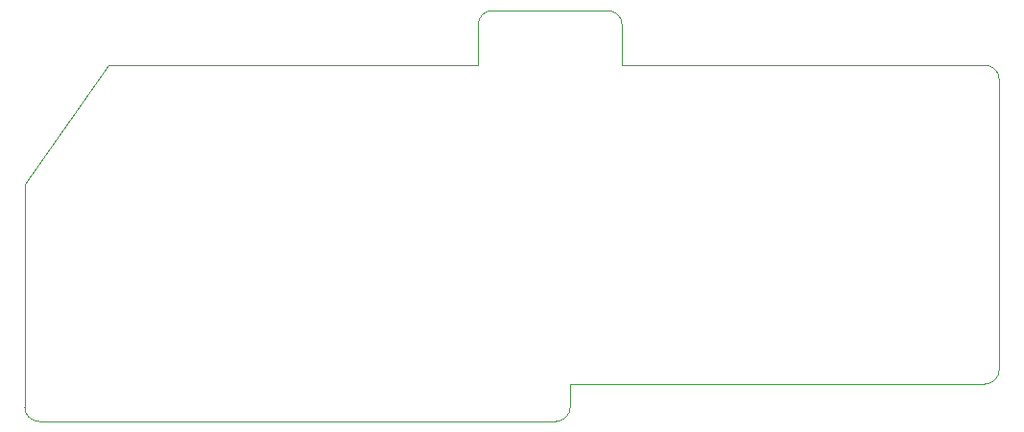
<source format=gm1>
G04 #@! TF.GenerationSoftware,KiCad,Pcbnew,(5.1.9)-1*
G04 #@! TF.CreationDate,2021-04-19T08:09:59-05:00*
G04 #@! TF.ProjectId,mini_game_april2021,6d696e69-5f67-4616-9d65-5f617072696c,rev?*
G04 #@! TF.SameCoordinates,Original*
G04 #@! TF.FileFunction,Profile,NP*
%FSLAX46Y46*%
G04 Gerber Fmt 4.6, Leading zero omitted, Abs format (unit mm)*
G04 Created by KiCad (PCBNEW (5.1.9)-1) date 2021-04-19 08:09:59*
%MOMM*%
%LPD*%
G01*
G04 APERTURE LIST*
G04 #@! TA.AperFunction,Profile*
%ADD10C,0.050000*%
G04 #@! TD*
G04 APERTURE END LIST*
D10*
X107096560Y-103124000D02*
X139700000Y-103124000D01*
X99695000Y-113665000D02*
X107096560Y-103124000D01*
X100965000Y-134620000D02*
G75*
G02*
X99695000Y-133350000I0J1270000D01*
G01*
X147828000Y-133350000D02*
G75*
G02*
X146558000Y-134620000I-1270000J0D01*
G01*
X185674000Y-130048000D02*
G75*
G02*
X184404000Y-131318000I-1270000J0D01*
G01*
X184404000Y-103124000D02*
G75*
G02*
X185674000Y-104394000I0J-1270000D01*
G01*
X151130000Y-98298000D02*
G75*
G02*
X152400000Y-99568000I0J-1270000D01*
G01*
X139700000Y-99568000D02*
G75*
G02*
X140970000Y-98298000I1270000J0D01*
G01*
X146558000Y-134620000D02*
X144145000Y-134620000D01*
X140970000Y-98298000D02*
X151130000Y-98298000D01*
X147828000Y-131318000D02*
X147828000Y-133350000D01*
X147828000Y-131318000D02*
X184404000Y-131318000D01*
X185674000Y-104394000D02*
X185674000Y-130048000D01*
X152400000Y-103124000D02*
X152400000Y-99568000D01*
X152400000Y-103124000D02*
X184404000Y-103124000D01*
X139700000Y-103124000D02*
X139700000Y-99568000D01*
X99695000Y-133350000D02*
X99695000Y-113665000D01*
X100965000Y-134620000D02*
X144145000Y-134620000D01*
M02*

</source>
